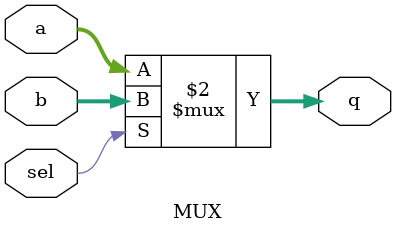
<source format=v>
`timescale 1 ns/1 ns

module MUX #(parameter P_DATA = 8) (sel, a, b, q);

input sel;
input [P_DATA-1:0] a, b;
output [P_DATA-1:0] q;

assign q = (sel == 1) ? b : a;

endmodule 

`ifdef TEST
module tb_MUX;

localparam P_D = 4;

reg sel;
reg [P_D-1:0] a, b;
wire [P_D-1:0] q;

MUX #(P_D) dut (.sel(sel), .a(a), .b(b), .q(q));

initial begin

    $dumpfile("trace_mux.vcd");
    $dumpvars(0, dut);

    sel = 0;
    a = 2;
    b = 5;
    #1;

    sel = 1;
    #1;

end

endmodule
`endif 
</source>
